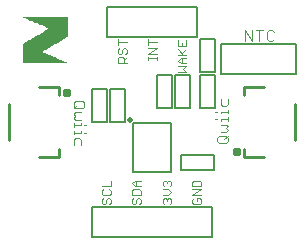
<source format=gbr>
G04 EAGLE Gerber RS-274X export*
G75*
%MOMM*%
%FSLAX34Y34*%
%LPD*%
%AMOC8*
5,1,8,0,0,1.08239X$1,22.5*%
G01*
%ADD10C,0.076200*%
%ADD11C,0.101600*%
%ADD12C,0.127000*%
%ADD13C,0.400000*%
%ADD14C,0.254000*%
%ADD15C,0.509900*%

G36*
X26648Y149904D02*
X26648Y149904D01*
X37089Y149904D01*
X38568Y149905D01*
X40049Y149905D01*
X41529Y149907D01*
X43009Y149910D01*
X44488Y149913D01*
X45968Y149916D01*
X47447Y149920D01*
X48927Y149926D01*
X50406Y149931D01*
X51888Y149939D01*
X53367Y149948D01*
X54847Y149962D01*
X56323Y149999D01*
X56328Y150003D01*
X56333Y150005D01*
X56332Y150007D01*
X56335Y150010D01*
X56330Y150015D01*
X56328Y150022D01*
X54948Y150611D01*
X53567Y151195D01*
X52184Y151778D01*
X50801Y152360D01*
X49419Y152943D01*
X48036Y153524D01*
X46652Y154105D01*
X45269Y154684D01*
X43888Y155264D01*
X42507Y155845D01*
X41126Y156424D01*
X38363Y157586D01*
X36984Y158167D01*
X35603Y158750D01*
X34244Y159329D01*
X35216Y160040D01*
X36290Y160676D01*
X37536Y161399D01*
X38784Y162121D01*
X40030Y162843D01*
X41278Y163566D01*
X42526Y164286D01*
X43773Y165009D01*
X45020Y165731D01*
X46267Y166452D01*
X47515Y167174D01*
X48803Y167919D01*
X50090Y168663D01*
X51379Y169409D01*
X52667Y170154D01*
X53954Y170900D01*
X55243Y171644D01*
X56531Y172389D01*
X56533Y172396D01*
X56537Y172399D01*
X56537Y173763D01*
X56536Y173763D01*
X56538Y175125D01*
X56540Y176487D01*
X56540Y177849D01*
X56541Y179211D01*
X56541Y180575D01*
X56543Y181937D01*
X56543Y183299D01*
X56544Y184661D01*
X56544Y186025D01*
X56546Y187387D01*
X56546Y188749D01*
X56536Y188761D01*
X56535Y188760D01*
X56534Y188761D01*
X52059Y188761D01*
X50567Y188759D01*
X43109Y188759D01*
X42407Y188759D01*
X42378Y188759D01*
X41618Y188758D01*
X32668Y188758D01*
X31175Y188756D01*
X23717Y188756D01*
X22227Y188755D01*
X17751Y188755D01*
X17747Y188751D01*
X17741Y188749D01*
X17742Y188746D01*
X17740Y188744D01*
X17744Y188739D01*
X17747Y188732D01*
X18699Y188328D01*
X20106Y187738D01*
X21511Y187147D01*
X22917Y186557D01*
X24325Y185966D01*
X25730Y185376D01*
X27137Y184785D01*
X28543Y184195D01*
X29950Y183604D01*
X31410Y182991D01*
X32869Y182378D01*
X34327Y181764D01*
X35786Y181148D01*
X37241Y180527D01*
X38692Y179896D01*
X39984Y179157D01*
X38751Y178444D01*
X37500Y177720D01*
X36251Y176996D01*
X35000Y176270D01*
X33751Y175545D01*
X32501Y174821D01*
X31250Y174096D01*
X30001Y173370D01*
X28750Y172645D01*
X27528Y171935D01*
X26305Y171225D01*
X25081Y170516D01*
X23859Y169806D01*
X22637Y169097D01*
X21414Y168387D01*
X20192Y167677D01*
X18968Y166968D01*
X17745Y166258D01*
X17743Y166251D01*
X17740Y166248D01*
X17735Y164887D01*
X17730Y163525D01*
X17725Y162165D01*
X17722Y160803D01*
X17717Y159442D01*
X17713Y158080D01*
X17708Y156720D01*
X17703Y155358D01*
X17698Y153997D01*
X17693Y152635D01*
X17690Y151275D01*
X17686Y149914D01*
X17696Y149902D01*
X17697Y149903D01*
X17697Y149902D01*
X25156Y149902D01*
X26648Y149904D01*
G37*
D10*
X86185Y35522D02*
X84957Y34293D01*
X84957Y31836D01*
X86185Y30607D01*
X87414Y30607D01*
X88643Y31836D01*
X88643Y34293D01*
X89872Y35522D01*
X91100Y35522D01*
X92329Y34293D01*
X92329Y31836D01*
X91100Y30607D01*
X84957Y41777D02*
X86185Y43006D01*
X84957Y41777D02*
X84957Y39320D01*
X86185Y38091D01*
X91100Y38091D01*
X92329Y39320D01*
X92329Y41777D01*
X91100Y43006D01*
X92329Y45575D02*
X84957Y45575D01*
X92329Y45575D02*
X92329Y50490D01*
X110357Y34293D02*
X111585Y35522D01*
X110357Y34293D02*
X110357Y31836D01*
X111585Y30607D01*
X112814Y30607D01*
X114043Y31836D01*
X114043Y34293D01*
X115272Y35522D01*
X116500Y35522D01*
X117729Y34293D01*
X117729Y31836D01*
X116500Y30607D01*
X117729Y38091D02*
X110357Y38091D01*
X117729Y38091D02*
X117729Y41777D01*
X116500Y43006D01*
X111585Y43006D01*
X110357Y41777D01*
X110357Y38091D01*
X112814Y45575D02*
X117729Y45575D01*
X112814Y45575D02*
X110357Y48033D01*
X112814Y50490D01*
X117729Y50490D01*
X114043Y50490D02*
X114043Y45575D01*
X136265Y31836D02*
X137493Y30607D01*
X136265Y31836D02*
X136265Y34293D01*
X137493Y35522D01*
X138722Y35522D01*
X139951Y34293D01*
X139951Y33064D01*
X139951Y34293D02*
X141180Y35522D01*
X142408Y35522D01*
X143637Y34293D01*
X143637Y31836D01*
X142408Y30607D01*
X141180Y38091D02*
X136265Y38091D01*
X141180Y38091D02*
X143637Y40549D01*
X141180Y43006D01*
X136265Y43006D01*
X137493Y45575D02*
X136265Y46804D01*
X136265Y49261D01*
X137493Y50490D01*
X138722Y50490D01*
X139951Y49261D01*
X139951Y48033D01*
X139951Y49261D02*
X141180Y50490D01*
X142408Y50490D01*
X143637Y49261D01*
X143637Y46804D01*
X142408Y45575D01*
X161411Y34293D02*
X162639Y35522D01*
X161411Y34293D02*
X161411Y31836D01*
X162639Y30607D01*
X167554Y30607D01*
X168783Y31836D01*
X168783Y34293D01*
X167554Y35522D01*
X165097Y35522D01*
X165097Y33064D01*
X168783Y38091D02*
X161411Y38091D01*
X168783Y43006D01*
X161411Y43006D01*
X161411Y45575D02*
X168783Y45575D01*
X168783Y49261D01*
X167554Y50490D01*
X162639Y50490D01*
X161411Y49261D01*
X161411Y45575D01*
X105791Y150141D02*
X98419Y150141D01*
X98419Y153827D01*
X99647Y155055D01*
X102105Y155055D01*
X103334Y153827D01*
X103334Y150141D01*
X103334Y152598D02*
X105791Y155055D01*
X98419Y161311D02*
X99647Y162540D01*
X98419Y161311D02*
X98419Y158853D01*
X99647Y157625D01*
X100876Y157625D01*
X102105Y158853D01*
X102105Y161311D01*
X103334Y162540D01*
X104562Y162540D01*
X105791Y161311D01*
X105791Y158853D01*
X104562Y157625D01*
X105791Y167566D02*
X98419Y167566D01*
X98419Y165109D02*
X98419Y170024D01*
X131445Y155093D02*
X131445Y152635D01*
X131445Y153864D02*
X124073Y153864D01*
X124073Y152635D02*
X124073Y155093D01*
X124073Y157625D02*
X131445Y157625D01*
X131445Y162540D02*
X124073Y157625D01*
X124073Y162540D02*
X131445Y162540D01*
X131445Y167566D02*
X124073Y167566D01*
X124073Y165109D02*
X124073Y170024D01*
X148965Y142148D02*
X156337Y142148D01*
X153880Y144606D01*
X156337Y147063D01*
X148965Y147063D01*
X151422Y149633D02*
X156337Y149633D01*
X151422Y149633D02*
X148965Y152090D01*
X151422Y154547D01*
X156337Y154547D01*
X152651Y154547D02*
X152651Y149633D01*
X148965Y157117D02*
X156337Y157117D01*
X153880Y157117D02*
X148965Y162032D01*
X152651Y158345D02*
X156337Y162032D01*
X148965Y164601D02*
X148965Y169516D01*
X148965Y164601D02*
X156337Y164601D01*
X156337Y169516D01*
X152651Y167058D02*
X152651Y164601D01*
D11*
X68587Y117602D02*
X62485Y117602D01*
X68587Y117602D02*
X70112Y116077D01*
X70112Y113026D01*
X68587Y111501D01*
X62485Y111501D01*
X60960Y113026D01*
X60960Y116077D01*
X62485Y117602D01*
X64011Y114551D02*
X60960Y111501D01*
X62485Y108247D02*
X67061Y108247D01*
X62485Y108247D02*
X60960Y106722D01*
X62485Y105196D01*
X60960Y103671D01*
X62485Y102146D01*
X67061Y102146D01*
X67061Y98892D02*
X67061Y97366D01*
X60960Y97366D01*
X60960Y95841D02*
X60960Y98892D01*
X70112Y97366D02*
X71637Y97366D01*
X67061Y92655D02*
X67061Y91130D01*
X60960Y91130D01*
X60960Y92655D02*
X60960Y89604D01*
X70112Y91130D02*
X71637Y91130D01*
X67061Y84893D02*
X67061Y80317D01*
X67061Y84893D02*
X65536Y86418D01*
X62485Y86418D01*
X60960Y84893D01*
X60960Y80317D01*
X183890Y82296D02*
X189991Y82296D01*
X183890Y82296D02*
X182364Y83821D01*
X182364Y86872D01*
X183890Y88397D01*
X189991Y88397D01*
X191516Y86872D01*
X191516Y83821D01*
X189991Y82296D01*
X188465Y85347D02*
X191516Y88397D01*
X189991Y91651D02*
X185415Y91651D01*
X189991Y91651D02*
X191516Y93176D01*
X189991Y94702D01*
X191516Y96227D01*
X189991Y97752D01*
X185415Y97752D01*
X185415Y101006D02*
X185415Y102532D01*
X191516Y102532D01*
X191516Y104057D02*
X191516Y101006D01*
X182364Y102532D02*
X180839Y102532D01*
X185415Y107243D02*
X185415Y108768D01*
X191516Y108768D01*
X191516Y107243D02*
X191516Y110294D01*
X182364Y108768D02*
X180839Y108768D01*
X185415Y115005D02*
X185415Y119581D01*
X185415Y115005D02*
X186940Y113480D01*
X189991Y113480D01*
X191516Y115005D01*
X191516Y119581D01*
X205740Y168910D02*
X205740Y178062D01*
X211841Y168910D01*
X211841Y178062D01*
X218146Y178062D02*
X218146Y168910D01*
X221196Y178062D02*
X215095Y178062D01*
X229026Y178062D02*
X230552Y176537D01*
X229026Y178062D02*
X225976Y178062D01*
X224450Y176537D01*
X224450Y170435D01*
X225976Y168910D01*
X229026Y168910D01*
X230552Y170435D01*
D12*
X179578Y58994D02*
X151638Y58994D01*
X151638Y71694D01*
X179578Y71694D01*
X179578Y58994D01*
X76200Y27700D02*
X76200Y2300D01*
X76200Y27700D02*
X177800Y27700D01*
X177800Y2300D01*
X76200Y2300D01*
D13*
X53586Y125000D02*
X53588Y125075D01*
X53594Y125149D01*
X53604Y125223D01*
X53617Y125296D01*
X53635Y125369D01*
X53656Y125440D01*
X53681Y125511D01*
X53710Y125580D01*
X53743Y125647D01*
X53779Y125712D01*
X53818Y125776D01*
X53860Y125837D01*
X53906Y125896D01*
X53955Y125953D01*
X54007Y126006D01*
X54061Y126057D01*
X54118Y126106D01*
X54178Y126150D01*
X54240Y126192D01*
X54304Y126231D01*
X54370Y126266D01*
X54437Y126297D01*
X54507Y126325D01*
X54577Y126349D01*
X54649Y126370D01*
X54722Y126386D01*
X54795Y126399D01*
X54870Y126408D01*
X54944Y126413D01*
X55019Y126414D01*
X55093Y126411D01*
X55168Y126404D01*
X55241Y126393D01*
X55315Y126379D01*
X55387Y126360D01*
X55458Y126338D01*
X55528Y126312D01*
X55597Y126282D01*
X55663Y126249D01*
X55728Y126212D01*
X55791Y126172D01*
X55852Y126128D01*
X55910Y126082D01*
X55966Y126032D01*
X56019Y125980D01*
X56070Y125925D01*
X56117Y125867D01*
X56161Y125807D01*
X56202Y125744D01*
X56240Y125680D01*
X56274Y125614D01*
X56305Y125545D01*
X56332Y125476D01*
X56355Y125405D01*
X56374Y125333D01*
X56390Y125260D01*
X56402Y125186D01*
X56410Y125112D01*
X56414Y125037D01*
X56414Y124963D01*
X56410Y124888D01*
X56402Y124814D01*
X56390Y124740D01*
X56374Y124667D01*
X56355Y124595D01*
X56332Y124524D01*
X56305Y124455D01*
X56274Y124386D01*
X56240Y124320D01*
X56202Y124256D01*
X56161Y124193D01*
X56117Y124133D01*
X56070Y124075D01*
X56019Y124020D01*
X55966Y123968D01*
X55910Y123918D01*
X55852Y123872D01*
X55791Y123828D01*
X55728Y123788D01*
X55663Y123751D01*
X55597Y123718D01*
X55528Y123688D01*
X55458Y123662D01*
X55387Y123640D01*
X55315Y123621D01*
X55241Y123607D01*
X55168Y123596D01*
X55093Y123589D01*
X55019Y123586D01*
X54944Y123587D01*
X54870Y123592D01*
X54795Y123601D01*
X54722Y123614D01*
X54649Y123630D01*
X54577Y123651D01*
X54507Y123675D01*
X54437Y123703D01*
X54370Y123734D01*
X54304Y123769D01*
X54240Y123808D01*
X54178Y123850D01*
X54118Y123894D01*
X54061Y123943D01*
X54007Y123994D01*
X53955Y124047D01*
X53906Y124104D01*
X53860Y124163D01*
X53818Y124224D01*
X53779Y124288D01*
X53743Y124353D01*
X53710Y124420D01*
X53681Y124489D01*
X53656Y124560D01*
X53635Y124631D01*
X53617Y124704D01*
X53604Y124777D01*
X53594Y124851D01*
X53588Y124925D01*
X53586Y125000D01*
D14*
X6000Y115000D02*
X6000Y85000D01*
X32000Y130000D02*
X48500Y130000D01*
X48500Y77500D02*
X48500Y70000D01*
X32000Y70000D01*
X48500Y122500D02*
X48500Y130000D01*
D13*
X197586Y75000D02*
X197588Y75075D01*
X197594Y75149D01*
X197604Y75223D01*
X197617Y75296D01*
X197635Y75369D01*
X197656Y75440D01*
X197681Y75511D01*
X197710Y75580D01*
X197743Y75647D01*
X197779Y75712D01*
X197818Y75776D01*
X197860Y75837D01*
X197906Y75896D01*
X197955Y75953D01*
X198007Y76006D01*
X198061Y76057D01*
X198118Y76106D01*
X198178Y76150D01*
X198240Y76192D01*
X198304Y76231D01*
X198370Y76266D01*
X198437Y76297D01*
X198507Y76325D01*
X198577Y76349D01*
X198649Y76370D01*
X198722Y76386D01*
X198795Y76399D01*
X198870Y76408D01*
X198944Y76413D01*
X199019Y76414D01*
X199093Y76411D01*
X199168Y76404D01*
X199241Y76393D01*
X199315Y76379D01*
X199387Y76360D01*
X199458Y76338D01*
X199528Y76312D01*
X199597Y76282D01*
X199663Y76249D01*
X199728Y76212D01*
X199791Y76172D01*
X199852Y76128D01*
X199910Y76082D01*
X199966Y76032D01*
X200019Y75980D01*
X200070Y75925D01*
X200117Y75867D01*
X200161Y75807D01*
X200202Y75744D01*
X200240Y75680D01*
X200274Y75614D01*
X200305Y75545D01*
X200332Y75476D01*
X200355Y75405D01*
X200374Y75333D01*
X200390Y75260D01*
X200402Y75186D01*
X200410Y75112D01*
X200414Y75037D01*
X200414Y74963D01*
X200410Y74888D01*
X200402Y74814D01*
X200390Y74740D01*
X200374Y74667D01*
X200355Y74595D01*
X200332Y74524D01*
X200305Y74455D01*
X200274Y74386D01*
X200240Y74320D01*
X200202Y74256D01*
X200161Y74193D01*
X200117Y74133D01*
X200070Y74075D01*
X200019Y74020D01*
X199966Y73968D01*
X199910Y73918D01*
X199852Y73872D01*
X199791Y73828D01*
X199728Y73788D01*
X199663Y73751D01*
X199597Y73718D01*
X199528Y73688D01*
X199458Y73662D01*
X199387Y73640D01*
X199315Y73621D01*
X199241Y73607D01*
X199168Y73596D01*
X199093Y73589D01*
X199019Y73586D01*
X198944Y73587D01*
X198870Y73592D01*
X198795Y73601D01*
X198722Y73614D01*
X198649Y73630D01*
X198577Y73651D01*
X198507Y73675D01*
X198437Y73703D01*
X198370Y73734D01*
X198304Y73769D01*
X198240Y73808D01*
X198178Y73850D01*
X198118Y73894D01*
X198061Y73943D01*
X198007Y73994D01*
X197955Y74047D01*
X197906Y74104D01*
X197860Y74163D01*
X197818Y74224D01*
X197779Y74288D01*
X197743Y74353D01*
X197710Y74420D01*
X197681Y74489D01*
X197656Y74560D01*
X197635Y74631D01*
X197617Y74704D01*
X197604Y74777D01*
X197594Y74851D01*
X197588Y74925D01*
X197586Y75000D01*
D14*
X248000Y85000D02*
X248000Y115000D01*
X222000Y70000D02*
X205500Y70000D01*
X205500Y122500D02*
X205500Y130000D01*
X222000Y130000D01*
X205500Y77500D02*
X205500Y70000D01*
D12*
X88900Y172300D02*
X88900Y197700D01*
X165100Y197700D01*
X165100Y172300D01*
X88900Y172300D01*
X131318Y140020D02*
X131318Y112080D01*
X131318Y140020D02*
X144018Y140020D01*
X144018Y112080D01*
X131318Y112080D01*
X146558Y112080D02*
X146558Y140020D01*
X159258Y140020D01*
X159258Y112080D01*
X146558Y112080D01*
X76454Y100142D02*
X76454Y128082D01*
X89154Y128082D01*
X89154Y100142D01*
X76454Y100142D01*
X167640Y141986D02*
X167640Y169926D01*
X180340Y169926D01*
X180340Y141986D01*
X167640Y141986D01*
X185928Y164846D02*
X185928Y166116D01*
X185928Y164846D02*
X185928Y163576D01*
X185928Y140716D01*
X249428Y140716D01*
X249428Y163576D01*
X249428Y164846D01*
X249428Y166116D01*
X185928Y166116D01*
X180340Y140020D02*
X180340Y112080D01*
X167640Y112080D01*
X167640Y140020D01*
X180340Y140020D01*
X104140Y128082D02*
X104140Y100142D01*
X91440Y100142D01*
X91440Y128082D01*
X104140Y128082D01*
D15*
X109000Y101400D03*
D12*
X111000Y99400D02*
X111000Y57400D01*
X111000Y99400D02*
X143000Y99400D01*
X143000Y57400D01*
X111000Y57400D01*
M02*

</source>
